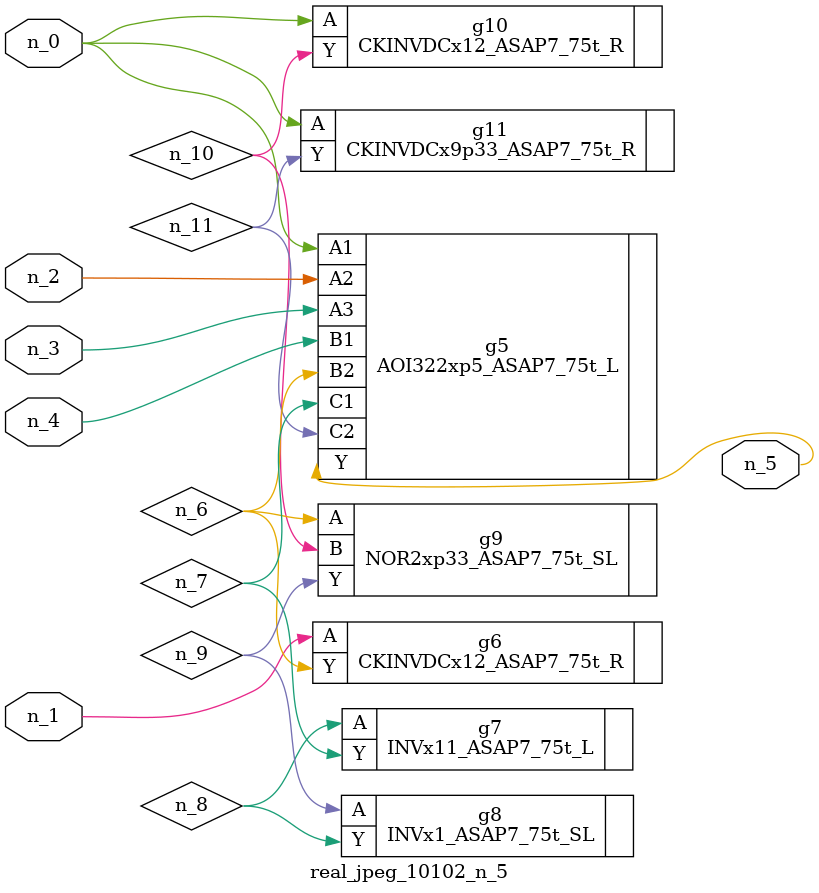
<source format=v>
module real_jpeg_10102_n_5 (n_4, n_0, n_1, n_2, n_3, n_5);

input n_4;
input n_0;
input n_1;
input n_2;
input n_3;

output n_5;

wire n_8;
wire n_11;
wire n_6;
wire n_7;
wire n_10;
wire n_9;

AOI322xp5_ASAP7_75t_L g5 ( 
.A1(n_0),
.A2(n_2),
.A3(n_3),
.B1(n_4),
.B2(n_6),
.C1(n_7),
.C2(n_11),
.Y(n_5)
);

CKINVDCx12_ASAP7_75t_R g10 ( 
.A(n_0),
.Y(n_10)
);

CKINVDCx9p33_ASAP7_75t_R g11 ( 
.A(n_0),
.Y(n_11)
);

CKINVDCx12_ASAP7_75t_R g6 ( 
.A(n_1),
.Y(n_6)
);

NOR2xp33_ASAP7_75t_SL g9 ( 
.A(n_6),
.B(n_10),
.Y(n_9)
);

INVx11_ASAP7_75t_L g7 ( 
.A(n_8),
.Y(n_7)
);

INVx1_ASAP7_75t_SL g8 ( 
.A(n_9),
.Y(n_8)
);


endmodule
</source>
